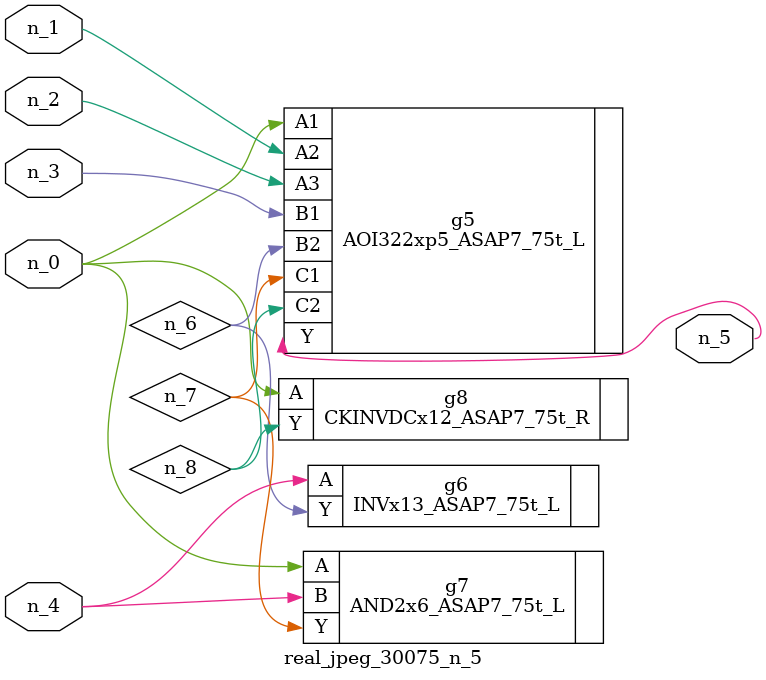
<source format=v>
module real_jpeg_30075_n_5 (n_4, n_0, n_1, n_2, n_3, n_5);

input n_4;
input n_0;
input n_1;
input n_2;
input n_3;

output n_5;

wire n_8;
wire n_6;
wire n_7;

AOI322xp5_ASAP7_75t_L g5 ( 
.A1(n_0),
.A2(n_1),
.A3(n_2),
.B1(n_3),
.B2(n_6),
.C1(n_7),
.C2(n_8),
.Y(n_5)
);

AND2x6_ASAP7_75t_L g7 ( 
.A(n_0),
.B(n_4),
.Y(n_7)
);

CKINVDCx12_ASAP7_75t_R g8 ( 
.A(n_0),
.Y(n_8)
);

INVx13_ASAP7_75t_L g6 ( 
.A(n_4),
.Y(n_6)
);


endmodule
</source>
